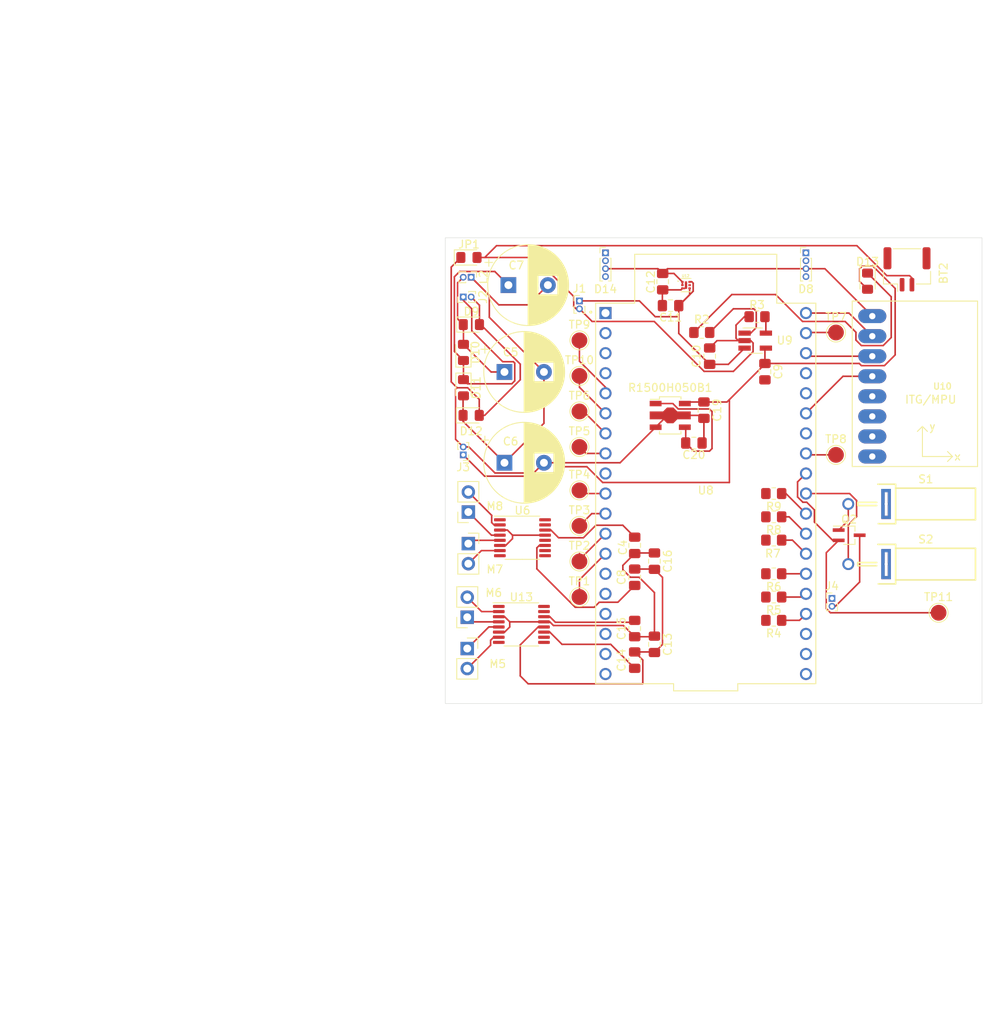
<source format=kicad_pcb>
(kicad_pcb (version 20221018) (generator pcbnew)
  (layers (0 "F.Cu" signal) (31 "B.Cu" signal) (34 "B.Paste" user) (35 "F.Paste" user) (36 "B.SilkS" user "B.Silkscreen") (37 "F.SilkS" user "F.Silkscreen") (38 "B.Mask" user) (39 "F.Mask" user) (44 "Edge.Cuts" user))
  (net 0 "")
  (net 1 "Net-(U6-VINT)")
  (net 2 "Net-(D10-A)")
  (net 3 "Net-(D11-A)")
  (net 4 "Net-(U6-VCP)")
  (net 5 "Net-(BT2--)")
  (net 6 "Net-(U13-VCP)")
  (net 7 "Net-(U13-VINT)")
  (net 8 "Net-(D8-GK)")
  (net 9 "Net-(D8-BK)")
  (net 10 "Net-(D8-RK)")
  (net 11 "Net-(D13-K)")
  (net 12 "Net-(D14-GK)")
  (net 13 "Net-(D14-BK)")
  (net 14 "Net-(D14-RK)")
  (net 15 "Net-(M5-+)")
  (net 16 "Net-(M5--)")
  (net 17 "Net-(M6-+)")
  (net 18 "Net-(M6--)")
  (net 19 "Net-(M7-+)")
  (net 20 "Net-(M7--)")
  (net 21 "Net-(M8-+)")
  (net 22 "Net-(M8--)")
  (net 23 "/Temporary/Controller/MOSTRIG")
  (net 24 "Net-(U9-STAT)")
  (net 25 "Net-(U9-PROG)")
  (net 26 "Net-(U8-IO15)")
  (net 27 "Net-(U8-IO2)")
  (net 28 "Net-(U8-IO0)")
  (net 29 "Net-(U8-IO4)")
  (net 30 "Net-(U8-IO16)")
  (net 31 "Net-(U8-IO17)")
  (net 32 "Net-(U6-nSLEEP)")
  (net 33 "Net-(U6-nFAULT)")
  (net 34 "Net-(U6-BIN1)")
  (net 35 "Net-(U6-BIN2)")
  (net 36 "Net-(U6-AIN2)")
  (net 37 "Net-(U6-AIN1)")
  (net 38 "Net-(U13-nSLEEP)")
  (net 39 "Net-(U13-nFAULT)")
  (net 40 "Net-(U13-BIN1)")
  (net 41 "Net-(U13-BIN2)")
  (net 42 "Net-(U13-AIN2)")
  (net 43 "Net-(U13-AIN1)")
  (net 55 "Net-(U8-IO5)")
  (net 57 "Net-(U8-IO21)")
  (net 60 "Net-(U8-IO22)")
  (net 66 "/Temporary/Controller/VBAT")
  (net 67 "/Temporary/Controller/GND")
  (net 68 "Net-(D12-A)")
  (net 69 "Net-(D10-K)")
  (net 70 "Net-(D13-A)")
  (net 71 "/Temporary/Controller/3V3")
  (footprint "Connector_PinHeader_1.00mm:PinHeader_1x04_P1.00mm_Vertical" (layer "F.Cu") (at 177.8 58.42)
    (fp_text reference "D14")
    (fp_text value "LED_RGBA")
  )
  (footprint "Capacitor_SMD:C_0805_2012Metric_Pad1.18x1.45mm_HandSolder" (layer "F.Cu") (at 190.27 78.34 -90)
    (fp_text reference "C19")
    (fp_text value "10uF")
  )
  (footprint "Resistor_SMD:R_0805_2012Metric_Pad1.20x1.40mm_HandSolder" (layer "F.Cu") (at 199.12 99.06 180)
    (fp_text reference "R6")
    (fp_text value "65")
  )
  (footprint "Diode_SMD:D_0805_2012Metric_Pad1.15x1.40mm_HandSolder" (layer "F.Cu") (at 160.78 79)
    (fp_text reference "D12")
    (fp_text value "D")
  )
  (footprint "Resistor_SMD:R_0805_2012Metric_Pad1.20x1.40mm_HandSolder" (layer "F.Cu") (at 197 66.5 180)
    (fp_text reference "R3")
    (fp_text value "2k")
  )
  (footprint "Connector_PinSocket_2.54mm:PinSocket_1x02_P2.54mm_Vertical" (layer "F.Cu") (at 160.4225 91.245 180)
    (fp_text reference "M8")
    (fp_text value "Motor_DC")
  )
  (footprint "Capacitor_SMD:C_0805_2012Metric_Pad1.18x1.45mm_HandSolder" (layer "F.Cu") (at 191 71.5 90)
    (fp_text reference "C10")
    (fp_text value "4.7uF")
  )
  (footprint "Resistor_SMD:R_0805_2012Metric_Pad1.20x1.40mm_HandSolder" (layer "F.Cu") (at 199.12 104.96 180)
    (fp_text reference "R4")
    (fp_text value "5")
  )
  (footprint "TestPoint:TestPoint_Pad_D2.0mm" (layer "F.Cu") (at 174.5 83)
    (fp_text reference "TP5")
    (fp_text value "TestPoint")
  )
  (footprint "Capacitor_THT:CP_Radial_D10.0mm_P5.00mm" (layer "F.Cu") (at 165 73.5)
    (fp_text reference "C5")
    (fp_text value "C")
  )
  (footprint "LED_SMD:LED_0805_2012Metric_Pad1.15x1.40mm_HandSolder" (layer "F.Cu") (at 211 62 -90)
    (fp_text reference "D13")
    (fp_text value "LED")
  )
  (footprint "TestPoint:TestPoint_Pad_D2.0mm" (layer "F.Cu") (at 174.5 102)
    (fp_text reference "TP1")
    (fp_text value "TestPoint")
  )
  (footprint "TestPoint:TestPoint_Pad_D2.0mm" (layer "F.Cu") (at 174.5 74)
    (fp_text reference "TP10")
    (fp_text value "TestPoint")
  )
  (footprint "Connector_PinHeader_1.00mm:PinHeader_1x02_P1.00mm_Vertical" (layer "F.Cu") (at 160.78 61.5 -90)
    (fp_text reference "L2")
    (fp_text value "L")
  )
  (footprint "Connector_PinSocket_2.54mm:PinSocket_1x02_P2.54mm_Vertical" (layer "F.Cu") (at 160.285 104.57 180)
    (fp_text reference "M6")
    (fp_text value "Motor_DC")
  )
  (footprint "Package_SO:TSSOP-16_4.4x5mm_P0.65mm" (layer "F.Cu") (at 167.1425 105.475)
    (fp_text reference "U13")
    (fp_text value "DRV8833PW")
  )
  (footprint "Package_TO_SOT_SMD:SOT-23-5_HandSoldering" (layer "F.Cu") (at 196.77 69.53)
    (fp_text reference "U9")
    (fp_text value "MCP73831-2-OT")
  )
  (footprint "Connector_PinSocket_2.54mm:PinSocket_1x02_P2.54mm_Vertical" (layer "F.Cu") (at 160.4225 95.245)
    (fp_text reference "M7")
    (fp_text value "Motor_DC")
  )
  (footprint "TestPoint:TestPoint_Pad_D2.0mm" (layer "F.Cu") (at 174.5 93)
    (fp_text reference "TP3")
    (fp_text value "TestPoint")
  )
  (footprint "Connector_PinSocket_2.54mm:PinSocket_1x02_P2.54mm_Vertical" (layer "F.Cu") (at 160.285 108.53)
    (fp_text reference "M5")
    (fp_text value "Motor_DC")
  )
  (footprint "Diode_SMD:D_0805_2012Metric_Pad1.15x1.40mm_HandSolder" (layer "F.Cu") (at 159.805 75.5 -90)
    (fp_text reference "D11")
    (fp_text value "D")
  )
  (footprint "GY-521:GY-521" (layer "F.Cu") (at 220.4925 75.3175)
    (fp_text reference "U10")
    (fp_text value "GY-521")
  )
  (footprint "Connector_PinHeader_1.00mm:PinHeader_1x02_P1.00mm_Vertical" (layer "F.Cu") (at 174.5 64.5)
    (fp_text reference "J1")
    (fp_text value "Adafruit Coil Jumper")
  )
  (footprint "TestPoint:TestPoint_Pad_D2.0mm" (layer "F.Cu") (at 174.5 88.5)
    (fp_text reference "TP4")
    (fp_text value "TestPoint")
  )
  (footprint "RB-231X2:SW_RB-231X2" (layer "F.Cu") (at 213.36 97.84)
    (fp_text reference "S2")
    (fp_text value "RB-231X2")
    (fp_line (start -0.2 -1.5) (end 0.2 -1.5) (stroke (width 0.01)) (layer "Edge.Cuts"))
    (fp_line (start -0.2 1.5) (end -0.2 -1.5) (stroke (width 0.01)) (layer "Edge.Cuts"))
    (fp_line (start 0.2 -1.5) (end 0.2 1.5) (stroke (width 0.01)) (layer "Edge.Cuts"))
    (fp_line (start 0.2 1.5) (end -0.2 1.5) (stroke (width 0.01)) (layer "Edge.Cuts"))
  )
  (footprint "Capacitor_SMD:C_0805_2012Metric_Pad1.18x1.45mm_HandSolder" (layer "F.Cu") (at 184 97.4625 -90)
    (fp_text reference "C16")
    (fp_text value "10uF")
  )
  (footprint "Capacitor_SMD:C_0805_2012Metric_Pad1.18x1.45mm_HandSolder" (layer "F.Cu") (at 181.5 99.5 90)
    (fp_text reference "C8")
    (fp_text value "0.01uF,16V")
  )
  (footprint "Capacitor_SMD:C_0805_2012Metric_Pad1.18x1.45mm_HandSolder" (layer "F.Cu") (at 181.5 106 90)
    (fp_text reference "C15")
    (fp_text value "2.2uF,6.3V")
  )
  (footprint "TestPoint:TestPoint_Pad_D2.0mm" (layer "F.Cu") (at 174.5 78.5)
    (fp_text reference "TP6")
    (fp_text value "TestPoint")
  )
  (footprint "Capacitor_SMD:C_0805_2012Metric_Pad1.18x1.45mm_HandSolder" (layer "F.Cu") (at 184 108 -90)
    (fp_text reference "C13")
    (fp_text value "10uF")
  )
  (footprint "Capacitor_SMD:C_0805_2012Metric_Pad1.18x1.45mm_HandSolder" (layer "F.Cu") (at 181.5 95.4625 90)
    (fp_text reference "C4")
    (fp_text value "2.2uF,6.3V")
  )
  (footprint "Capacitor_SMD:C_0805_2012Metric_Pad1.18x1.45mm_HandSolder" (layer "F.Cu") (at 189 82.5)
    (fp_text reference "C20")
    (fp_text value "0.47uF")
  )
  (footprint "Capacitor_SMD:C_0805_2012Metric_Pad1.18x1.45mm_HandSolder" (layer "F.Cu") (at 198 73.4625 -90)
    (fp_text reference "C9")
    (fp_text value "4.7uF")
  )
  (footprint "Package_TO_SOT_SMD:SOT-323_SC-70_Handsoldering" (layer "F.Cu") (at 208.67 94.18)
    (fp_text reference "Q2")
    (fp_text value "NMOS")
  )
  (footprint "TestPoint:TestPoint_Pad_D2.0mm" (layer "F.Cu") (at 174.5 97.5)
    (fp_text reference "TP2")
    (fp_text value "TestPoint")
  )
  (footprint "Connector_PinHeader_1.00mm:PinHeader_1x02_P1.00mm_Vertical" (layer "F.Cu") (at 159.78 84 180)
    (fp_text reference "J3")
    (fp_text value "Adafruit Coil Jumper")
  )
  (footprint "Package_TO_SOT_SMD:SOT-89-5" (layer "F.Cu") (at 186 79)
    (fp_text reference "R1500H050B1")
    (fp_text value "~")
  )
  (footprint "Capacitor_THT:CP_Radial_D10.0mm_P5.00mm" (layer "F.Cu") (at 165.5 62.5)
    (fp_text reference "C7")
    (fp_text value "1mF")
  )
  (footprint "Resistor_SMD:R_0805_2012Metric_Pad1.20x1.40mm_HandSolder" (layer "F.Cu") (at 190 68.5)
    (fp_text reference "R2")
    (fp_text value "150")
  )
  (footprint "TestPoint:TestPoint_Pad_D2.0mm" (layer "F.Cu") (at 174.5 69.5)
    (fp_text reference "TP9")
    (fp_text value "TestPoint")
  )
  (footprint "Diode_SMD:D_0805_2012Metric_Pad1.15x1.40mm_HandSolder" (layer "F.Cu") (at 160.805 67.5)
    (fp_text reference "D9")
    (fp_text value "D")
  )
  (footprint "RB-231X2:SW_RB-231X2" (layer "F.Cu") (at 213.36 90.22)
    (fp_text reference "S1")
    (fp_text value "RB-231X2")
    (fp_line (start -0.2 -1.5) (end 0.2 -1.5) (stroke (width 0.01)) (layer "Edge.Cuts"))
    (fp_line (start -0.2 1.5) (end -0.2 -1.5) (stroke (width 0.01)) (layer "Edge.Cuts"))
    (fp_line (start 0.2 -1.5) (end 0.2 1.5) (stroke (width 0.01)) (layer "Edge.Cuts"))
    (fp_line (start 0.2 1.5) (end -0.2 1.5) (stroke (width 0.01)) (layer "Edge.Cuts"))
  )
  (footprint "Package_SO:TSSOP-16_4.4x5mm_P0.65mm" (layer "F.Cu") (at 167.28 94.5)
    (fp_text reference "U6")
    (fp_text value "DRV8833PW")
  )
  (footprint "Capacitor_THT:CP_Radial_D10.0mm_P5.00mm" (layer "F.Cu") (at 165 85)
    (fp_text reference "C6")
    (fp_text value "1mF")
  )
  (footprint "TestPoint:TestPoint_Pad_D2.0mm" (layer "F.Cu") (at 207 68.5)
    (fp_text reference "TP7")
    (fp_text value "TestPoint")
  )
  (footprint "TestPoint:TestPoint_Pad_D2.0mm" (layer "F.Cu") (at 220 104)
    (fp_text reference "TP11")
    (fp_text value "TestPoint")
  )
  (footprint "Resistor_SMD:R_0805_2012Metric_Pad1.20x1.40mm_HandSolder" (layer "F.Cu") (at 199.12 88.9 180)
    (fp_text reference "R9")
    (fp_text value "65")
  )
  (footprint "Diode_SMD:D_0805_2012Metric_Pad1.15x1.40mm_HandSolder" (layer "F.Cu") (at 160.5 59)
    (fp_text reference "JP1")
    (fp_text value "SolderJumper_2_Open")
  )
  (footprint "Connector_PinHeader_1.00mm:PinHeader_1x02_P1.00mm_Vertical" (layer "F.Cu") (at 159.78 64 90)
    (fp_text reference "J2")
    (fp_text value "Adafruit Coil Jumper")
  )
  (footprint "Connector_JST:JST_GH_BM02B-GHS-TBT_1x02-1MP_P1.25mm_Vertical" (layer "F.Cu") (at 216 60.5)
    (fp_text reference "BT2")
    (fp_text value "1S 3000mAh")
  )
  (footprint "Capacitor_SMD:C_0805_2012Metric_Pad1.18x1.45mm_HandSolder" (layer "F.Cu") (at 185.045 62.0625 -90)
    (fp_text reference "C12")
    (fp_text value "1uF")
  )
  (footprint "Resistor_SMD:R_0805_2012Metric_Pad1.20x1.40mm_HandSolder" (layer "F.Cu") (at 199.12 102.01 180)
    (fp_text reference "R5")
    (fp_text value "5")
  )
  (footprint "NCP176AMX330TCG:PSON40P120X120X45-7N_NCP176AMX330TCG" (layer "F.Cu") (at 188 62.5)
    (fp_text reference "U12")
    (fp_text value "NCP176AMX330TCG")
  )
  (footprint "Capacitor_SMD:C_0805_2012Metric_Pad1.18x1.45mm_HandSolder" (layer "F.Cu") (at 181.5 110 90)
    (fp_text reference "C14")
    (fp_text value "0.01uF,16V")
  )
  (footprint "Resistor_SMD:R_0805_2012Metric_Pad1.20x1.40mm_HandSolder" (layer "F.Cu") (at 199.12 94.8 180)
    (fp_text reference "R7")
    (fp_text value "5")
  )
  (footprint "Diode_SMD:D_0805_2012Metric_Pad1.15x1.40mm_HandSolder" (layer "F.Cu") (at 159.805 71.025 90)
    (fp_text reference "D10")
    (fp_text value "D")
  )
  (footprint "Connector_PinHeader_1.00mm:PinHeader_1x04_P1.00mm_Vertical" (layer "F.Cu") (at 203.2 58.42)
    (fp_text reference "D8")
    (fp_text value "LED_RGBA")
  )
  (footprint "ESP32-DEVKIT:MODULE_ESP32-DEVKITC" (layer "F.Cu") (at 190.5 88.89)
    (fp_text reference "U8")
    (fp_text value "ESP32-DEVKITC")
  )
  (footprint "Resistor_SMD:R_0805_2012Metric_Pad1.20x1.40mm_HandSolder" (layer "F.Cu") (at 199.12 91.85 180)
    (fp_text reference "R8")
    (fp_text value "5")
  )
  (footprint "Capacitor_SMD:C_0805_2012Metric_Pad1.18x1.45mm_HandSolder" (layer "F.Cu") (at 186.045 65.1)
    (fp_text reference "C11")
    (fp_text value "1uF")
  )
  (footprint "TestPoint:TestPoint_Pad_D2.0mm" (layer "F.Cu") (at 207 84)
    (fp_text reference "TP8")
    (fp_text value "TestPoint")
  )
  (footprint "Connector_PinHeader_1.00mm:PinHeader_1x02_P1.00mm_Vertical" (layer "F.Cu") (at 206.5 102.18)
    (fp_text reference "J4")
    (fp_text value "Adafruit Coil Jumper")
  )
  (gr_rect locked (start 157.5 56.5) (end 225.5 115.5) (stroke (width 0.05)) (fill none) (layer "Edge.Cuts"))
  (segment (start 170.88 93.525) (end 170.1425 93.525) (width 0.2) (layer "F.Cu") (net 1))
  (segment (start 176.585 92.915) (end 175 94.5) (width 0.2) (layer "F.Cu") (net 1))
  (segment (start 171.855 94.5) (end 170.88 93.525) (width 0.2) (layer "F.Cu") (net 1))
  (segment (start 179.99 92.915) (end 176.585 92.915) (width 0.2) (layer "F.Cu") (net 1))
  (segment (start 175 94.5) (end 171.855 94.5) (width 0.2) (layer "F.Cu") (net 1))
  (segment (start 181.5 94.425) (end 179.99 92.915) (width 0.2) (layer "F.Cu") (net 1))
  (segment (start 159.78 67.5) (end 159.055 66.775) (width 0.2) (layer "F.Cu") (net 2))
  (segment (start 159.055 66.775) (end 159.055 62.225) (width 0.2) (layer "F.Cu") (net 2))
  (segment (start 163.305 73.5) (end 159.805 70) (width 0.2) (layer "F.Cu") (net 2))
  (segment (start 165 73.5) (end 163.305 73.5) (width 0.2) (layer "F.Cu") (net 2))
  (segment (start 159.805 70) (end 159.805 67.525) (width 0.2) (layer "F.Cu") (net 2))
  (segment (start 159.055 62.225) (end 159.78 61.5) (width 0.2) (layer "F.Cu") (net 2))
  (segment (start 159.805 67.525) (end 159.78 67.5) (width 0.2) (layer "F.Cu") (net 2))
  (segment (start 163.08 66.58) (end 170 73.5) (width 0.2) (layer "F.Cu") (net 3))
  (segment (start 170 80) (end 165 85) (width 0.2) (layer "F.Cu") (net 3))
  (segment (start 165 85) (end 159.755 79.755) (width 0.2) (layer "F.Cu") (net 3))
  (segment (start 170 73.5) (end 170 80) (width 0.2) (layer "F.Cu") (net 3))
  (segment (start 160.78 61.5) (end 163.08 63.8) (width 0.2) (layer "F.Cu") (net 3))
  (segment (start 168 65) (end 170.5 62.5) (width 0.2) (layer "F.Cu") (net 3))
  (segment (start 164.28 65) (end 168 65) (width 0.2) (layer "F.Cu") (net 3))
  (segment (start 159.755 79) (end 159.755 76.575) (width 0.2) (layer "F.Cu") (net 3))
  (segment (start 159.755 76.575) (end 159.805 76.525) (width 0.2) (layer "F.Cu") (net 3))
  (segment (start 159.755 79.755) (end 159.755 79) (width 0.2) (layer "F.Cu") (net 3))
  (segment (start 160.78 61.5) (end 164.28 65) (width 0.2) (layer "F.Cu") (net 3))
  (segment (start 163.08 63.8) (end 163.08 66.58) (width 0.2) (layer "F.Cu") (net 3))
  (segment (start 181.5 100.5375) (end 181.4975 100.535) (width 0.2) (layer "F.Cu") (net 4))
  (segment (start 179.368261 102.669239) (end 177.007717 102.669239) (width 0.2) (layer "F.Cu") (net 4))
  (segment (start 169.405 95.475) (end 170.1425 95.475) (width 0.2) (layer "F.Cu") (net 4))
  (segment (start 176.376956 103.3) (end 173.961522 103.3) (width 0.2) (layer "F.Cu") (net 4))
  (segment (start 177.007717 102.669239) (end 176.376956 103.3) (width 0.2) (layer "F.Cu") (net 4))
  (segment (start 181.5 100.5375) (end 179.368261 102.669239) (width 0.2) (layer "F.Cu") (net 4))
  (segment (start 173.961522 103.3) (end 169.105 98.443478) (width 0.2) (layer "F.Cu") (net 4))
  (segment (start 169.105 98.443478) (end 169.105 95.775) (width 0.2) (layer "F.Cu") (net 4))
  (segment (start 169.105 95.775) (end 169.405 95.475) (width 0.2) (layer "F.Cu") (net 4))
  (segment (start 216.625 61.6) (end 216.325 61.3) (width 0.2) (layer "F.Cu") (net 5))
  (segment (start 168.838478 59) (end 173.775 63.936522) (width 0.2) (layer "F.Cu") (net 5))
  (segment (start 196.2 69.53) (end 195.42 69.53) (width 0.2) (layer "F.Cu") (net 5))
  (segment (start 194.34 69.23) (end 194.34 67.56) (width 0.2) (layer "F.Cu") (net 5))
  (segment (start 194.004264 73.425) (end 196.5 70.929264) (width 0.2) (layer "F.Cu") (net 5))
  (segment (start 190.297182 73.425) (end 194.004264 73.425) (width 0.2) (layer "F.Cu") (net 5))
  (segment (start 191 70.4625) (end 191.9325 69.53) (width 0.2) (layer "F.Cu") (net 5))
  (segment (start 195.4 66.5) (end 196 66.5) (width 0.2) (layer "F.Cu") (net 5))
  (segment (start 162.5 59) (end 168.838478 59) (width 0.2) (layer "F.Cu") (net 5))
  (segment (start 209.643504 57.5) (end 164 57.5) (width 0.2) (layer "F.Cu") (net 5))
  (segment (start 208.56 92.31) (end 207.34 93.53) (width 0.2) (layer "F.Cu") (net 5))
  (segment (start 195.42 69.53) (end 194.64 69.53) (width 0.2) (layer "F.Cu") (net 5))
  (segment (start 174.075 65.5) (end 174.5 65.5) (width 0.2) (layer "F.Cu") (net 5))
  (segment (start 213.443504 61.3) (end 209.643504 57.5) (width 0.2) (layer "F.Cu") (net 5))
  (segment (start 176.105 67.105) (end 183.977182 67.105) (width 0.2) (layer "F.Cu") (net 5))
  (segment (start 196.5 70.929264) (end 196.5 69.83) (width 0.2) (layer "F.Cu") (net 5))
  (segment (start 196.5 69.83) (end 196.2 69.53) (width 0.2) (layer "F.Cu") (net 5))
  (segment (start 208.56 90.22) (end 208.56 92.31) (width 0.2) (layer "F.Cu") (net 5))
  (segment (start 174.5 65.5) (end 176.105 67.105) (width 0.2) (layer "F.Cu") (net 5))
  (segment (start 191.9325 69.53) (end 195.42 69.53) (width 0.2) (layer "F.Cu") (net 5))
  (segment (start 173.775 63.936522) (end 173.775 65.2) (width 0.2) (layer "F.Cu") (net 5))
  (segment (start 216.325 61.3) (end 213.443504 61.3) (width 0.2) (layer "F.Cu") (net 5))
  (segment (start 161.525 59) (end 162.5 59) (width 0.2) (layer "F.Cu") (net 5))
  (segment (start 183.977182 67.105) (end 190.297182 73.425) (width 0.2) (layer "F.Cu") (net 5))
  (segment (start 194.34 67.56) (end 195.4 66.5) (width 0.2) (layer "F.Cu") (net 5))
  (segment (start 216.625 62.45) (end 216.625 61.6) (width 0.2) (layer "F.Cu") (net 5))
  (segment (start 173.775 65.2) (end 174.075 65.5) (width 0.2) (layer "F.Cu") (net 5))
  (segment (start 164 57.5) (end 162.5 59) (width 0.2) (layer "F.Cu") (net 5))
  (segment (start 194.64 69.53) (end 194.34 69.23) (width 0.2) (layer "F.Cu") (net 5))
  (segment (start 178.4625 108) (end 172.2925 108) (width 0.2) (layer "F.Cu") (net 6))
  (segment (start 172.2925 108) (end 170.7425 106.45) (width 0.2) (layer "F.Cu") (net 6))
  (segment (start 181.5 111.0375) (end 178.4625 108) (width 0.2) (layer "F.Cu") (net 6))
  (segment (start 170.7425 106.45) (end 170.005 106.45) (width 0.2) (layer "F.Cu") (net 6))
  (segment (start 170.7425 104.5) (end 170.005 104.5) (width 0.2) (layer "F.Cu") (net 7))
  (segment (start 171.4475 105.205) (end 170.7425 104.5) (width 0.2) (layer "F.Cu") (net 7))
  (segment (start 181.5 104.9625) (end 181.2575 105.205) (width 0.2) (layer "F.Cu") (net 7))
  (segment (start 181.2575 105.205) (end 171.4475 105.205) (width 0.2) (layer "F.Cu") (net 7))
  (segment (start 193.804657 63.695343) (end 199.356007 63.695343) (width 0.2) (layer "F.Cu") (net 11))
  (segment (start 209.52937 68.471852) (end 209.52937 69.463148) (width 0.2) (layer "F.Cu") (net 11))
  (segment (start 199.356007 63.695343) (end 202.765664 67.105) (width 0.2) (layer "F.Cu") (net 11))
  (segment (start 189 68.5) (end 193.804657 63.695343) (width 0.2) (layer "F.Cu") (net 11))
  (segment (start 202.765664 67.105) (end 208.162518 67.105) (width 0.2) (layer "F.Cu") (net 11))
  (segment (start 209.52937 69.463148) (end 210.222722 70.1565) (width 0.2) (layer "F.Cu") (net 11))
  (segment (start 214 69.138778) (end 214 63.975) (width 0.2) (layer "F.Cu") (net 11))
  (segment (start 210.222722 70.1565) (end 212.982278 70.1565) (width 0.2) (layer "F.Cu") (net 11))
  (segment (start 208.162518 67.105) (end 209.52937 68.471852) (width 0.2) (layer "F.Cu") (net 11))
  (segment (start 214 63.975) (end 211 60.975) (width 0.2) (layer "F.Cu") (net 11))
  (segment (start 212.982278 70.1565) (end 214 69.138778) (width 0.2) (layer "F.Cu") (net 11))
  (segment (start 160.285 108.53) (end 163.015 105.8) (width 0.2) (layer "F.Cu") (net 15))
  (segment (start 163.015 105.8) (end 164.28 105.8) (width 0.2) (layer "F.Cu") (net 15))
  (segment (start 163.2425 107.484312) (end 163.626812 107.1) (width 0.2) (layer "F.Cu") (net 16))
  (segment (start 163.2425 108.1125) (end 163.2425 107.484312) (width 0.2) (layer "F.Cu") (net 16))
  (segment (start 160.285 111.07) (end 163.2425 108.1125) (width 0.2) (layer "F.Cu") (net 16))
  (segment (start 163.626812 107.1) (end 164.28 107.1) (width 0.2) (layer "F.Cu") (net 16))
  (segment (start 160.865 105.15) (end 164.28 105.15) (width 0.2) (layer "F.Cu") (net 17))
  (segment (start 160.285 104.57) (end 160.865 105.15) (width 0.2) (layer "F.Cu") (net 17))
  (segment (start 160.285 102.03) (end 162.105 103.85) (width 0.2) (layer "F.Cu") (net 18))
  (segment (start 162.105 103.85) (end 164.28 103.85) (width 0.2) (layer "F.Cu") (net 18))
  (segment (start 160.8425 94.825) (end 164.4175 94.825) (width 0.2) (layer "F.Cu") (net 19))
  (segment (start 160.4225 95.245) (end 160.8425 94.825) (width 0.2) (layer "F.Cu") (net 19))
  (segment (start 162.0825 96.125) (end 164.4175 96.125) (width 0.2) (layer "F.Cu") (net 20))
  (segment (start 160.4225 97.785) (end 162.0825 96.125) (width 0.2) (layer "F.Cu") (net 20))
  (segment (start 160.4225 91.245) (end 163.3525 94.175) (width 0.2) (layer "F.Cu") (net 21))
  (segment (start 163.3525 94.175) (end 164.4175 94.175) (width 0.2) (layer "F.Cu") (net 21))
  (segment (start 160.4225 88.705) (end 163.38 91.6625) (width 0.2) (layer "F.Cu") (net 22))
  (segment (start 163.38 91.6625) (end 163.38 92.575) (width 0.2) (layer "F.Cu") (net 22))
  (segment (start 163.38 92.575) (end 163.68 92.875) (width 0.2) (layer "F.Cu") (net 22))
  (segment (start 163.68 92.875) (end 164.4175 92.875) (width 0.2) (layer "F.Cu") (net 22))
  (segment (start 202.135 87.425) (end 203.2 86.36) (width 0.2) (layer "F.Cu") (net 23))
  (segment (start 205.775 96.395) (end 207.34 94.83) (width 0.2) (layer "F.Cu") (net 23))
  (segment (start 204.265 90.970664) (end 203.294336 90) (width 0.2) (layer "F.Cu") (net 23))
  (segment (start 206.302094 104) (end 205.775 103.472906) (width 0.2) (layer "F.Cu") (net 23))
  (segment (start 202.800664 90) (end 202.135 89.334336) (width 0.2) (layer "F.Cu") (net 23))
  (segment (start 202.135 89.334336) (end 202.135 87.425) (width 0.2) (layer "F.Cu") (net 23))
  (segment (start 207.34 94.83) (end 206.59 94.83) (width 0.2) (layer "F.Cu") (net 23))
  (segment (start 220 104) (end 206.302094 104) (width 0.2) (layer "F.Cu") (net 23))
  (segment (start 206.59 94.83) (end 204.265 92.505) (width 0.2) (layer "F.Cu") (net 23))
  (segment (start 205.775 103.472906) (end 205.775 96.395) (width 0.2) (layer "F.Cu") (net 23))
  (segment (start 203.294336 90) (end 202.800664 90) (width 0.2) (layer "F.Cu") (net 23))
  (segment (start 204.265 92.505) (end 204.265 90.970664) (width 0.2) (layer "F.Cu") (net 23))
  (segment (start 194 65.5) (end 191 68.5) (width 0.2) (layer "F.Cu") (net 24))
  (segment (start 196.2 68.58) (end 196.9 67.88) (width 0.2) (layer "F.Cu") (net 24))
  (segment (start 196.577818 65.5) (end 194 65.5) (width 0.2) (layer "F.Cu") (net 24))
  (segment (start 196.9 65.822182) (end 196.577818 65.5) (width 0.2) (layer "F.Cu") (net 24))
  (segment (start 196.9 67.88) (end 196.9 65.822182) (width 0.2) (layer "F.Cu") (net 24))
  (segment (start 195.42 68.58) (end 196.2 68.58) (width 0.2) (layer "F.Cu") (net 24))
  (segment (start 198.12 68.58) (end 198.12 66.62) (width 0.2) (layer "F.Cu") (net 25))
  (segment (start 198.12 66.62) (end 198 66.5) (width 0.2) (layer "F.Cu") (net 25))
  (segment (start 200.12 104.96) (end 202.38 104.96) (width 0.2) (layer "F.Cu") (net 26))
  (segment (start 202.38 104.96) (end 203.2 104.14) (width 0.2) (layer "F.Cu") (net 26))
  (segment (start 202.79 102.01) (end 203.2 101.6) (width 0.2) (layer "F.Cu") (net 27))
  (segment (start 200.12 102.01) (end 202.79 102.01) (width 0.2) (layer "F.Cu") (net 27))
  (segment (start 200.12 99.06) (end 203.2 99.06) (width 0.2) (layer "F.Cu") (net 28))
  (segment (start 200.12 94.8) (end 201.48 94.8) (width 0.2) (layer "F.Cu") (net 29))
  (segment (start 201.48 94.8) (end 203.2 96.52) (width 0.2) (layer "F.Cu") (net 29))
  (segment (start 201.07 91.85) (end 203.2 93.98) (width 0.2) (layer "F.Cu") (net 30))
  (segment (start 200.12 91.85) (end 201.07 91.85) (width 0.2) (layer "F.Cu") (net 30))
  (segment (start 200.12 88.9) (end 200.66 88.9) (width 0.2) (layer "F.Cu") (net 31))
  (segment (start 200.66 88.9) (end 203.2 91.44) (width 0.2) (layer "F.Cu") (net 31))
  (segment (start 177.8 75.435) (end 174.5 72.135) (width 0.2) (layer "F.Cu") (net 33))
  (segment (start 177.8 76.2) (end 177.8 75.435) (width 0.2) (layer "F.Cu") (net 33))
  (segment (start 174.5 72.135) (end 174.5 69.5) (width 0.2) (layer "F.Cu") (net 33))
  (segment (start 176.06 91.44) (end 174.5 93) (width 0.2) (layer "F.Cu") (net 34))
  (segment (start 177.8 91.44) (end 176.06 91.44) (width 0.2) (layer "F.Cu") (net 34))
  (segment (start 174.9 88.9) (end 174.5 88.5) (width 0.2) (layer "F.Cu") (net 35))
  (segment (start 177.8 88.9) (end 174.9 88.9) (width 0.2) (layer "F.Cu") (net 35))
  (segment (start 174.5 97.28) (end 174.5 97.5) (width 0.2) (layer "F.Cu") (net 36))
  (segment (start 177.8 93.98) (end 174.5 97.28) (width 0.2) (layer "F.Cu") (net 36))
  (segment (start 174.52 96.52) (end 174.5 96.5) (width 0.2) (layer "F.Cu") (net 36))
  (segment (start 174.5 99.82) (end 174.5 102) (width 0.2) (layer "F.Cu") (net 37))
  (segment (start 177.8 96.52) (end 174.5 99.82) (width 0.2) (layer "F.Cu") (net 37))
  (segment (start 177.8 78.74) (end 174.5 75.44) (width 0.2) (layer "F.Cu") (net 39))
  (segment (start 174.5 75.44) (end 174.5 74) (width 0.2) (layer "F.Cu") (net 39))
  (segment (start 207 68.5) (end 203.28 68.5) (width 0.2) (layer "F.Cu") (net 40))
  (segment (start 203.28 68.5) (end 203.2 68.58) (width 0.2) (layer "F.Cu") (net 40))
  (segment (start 207 84) (end 203.38 84) (width 0.2) (layer "F.Cu") (net 41))
  (segment (start 203.38 84) (end 203.2 83.82) (width 0.2) (layer "F.Cu") (net 41))
  (segment (start 175.02 78.5) (end 174.5 78.5) (width 0.2) (layer "F.Cu") (net 42))
  (segment (start 177.8 81.28) (end 175.02 78.5) (width 0.2) (layer "F.Cu") (net 42))
  (segment (start 175.32 83.82) (end 174.5 83) (width 0.2) (layer "F.Cu") (net 43))
  (segment (start 177.8 83.82) (end 175.32 83.82) (width 0.2) (layer "F.Cu") (net 43))
  (segment (start 208.56 97.84) (end 208.56 92.875686) (width 0.2) (layer "F.Cu") (net 55))
  (segment (start 208.723876 88.9) (end 203.2 88.9) (width 0.2) (layer "F.Cu") (net 55))
  (segment (start 208.56 92.875686) (end 209.614 91.821686) (width 0.2) (layer "F.Cu") (net 55))
  (segment (start 209.614 91.821686) (end 209.614 89.790124) (width 0.2) (layer "F.Cu") (net 55))
  (segment (start 209.614 89.790124) (end 208.723876 88.9) (width 0.2) (layer "F.Cu") (net 55))
  (segment (start 211.6025 74.0475) (end 207.8925 74.0475) (width 0.2) (layer "F.Cu") (net 57))
  (segment (start 207.8925 74.0475) (end 203.2 78.74) (width 0.2) (layer "F.Cu") (net 57))
  (segment (start 211.6025 71.5075) (end 203.5875 71.5075) (width 0.2) (layer "F.Cu") (net 60))
  (segment (start 203.5875 71.5075) (end 203.2 71.12) (width 0.2) (layer "F.Cu") (net 60))
  (segment (start 168 113) (end 167 112) (width 0.2) (layer "F.Cu") (net 66))
  (segment (start 182.5 113) (end 168 113) (width 0.2) (layer "F.Cu") (net 66))
  (segment (start 169.2675 105.8) (end 170.005 105.8) (width 0.2) (layer "F.Cu") (net 66))
  (segment (start 191 72.5375) (end 187.0825 68.62) (width 0.2) (layer "F.Cu") (net 66))
  (segment (start 191 72.5375) (end 193.3625 72.5375) (width 0.2) (layer "F.Cu") (net 66))
  (segment (start 182.097906 64.5) (end 184.097906 66.5) (width 0.2) (layer "F.Cu") (net 66))
  (segment (start 187.0825 65.1) (end 188.91 63.2725) (width 0.2) (layer "F.Cu") (net 66))
  (segment (start 185.025 99.525) (end 184 98.5) (width 0.2) (layer "F.Cu") (net 66))
  (segment (start 183.9625 98.4625) (end 184 98.5) (width 0.2) (layer "F.Cu") (net 66))
  (segment (start 183.925 108.9625) (end 184 109.0375) (width 0.2) (layer "F.Cu") (net 66))
  (segment (start 181.5 98.4625) (end 183.9625 98.4625) (width 0.2) (layer "F.Cu") (net 66))
  (segment (start 188.72987 62.075) (end 188.455 62.075) (width 0.2) (layer "F.Cu") (net 66))
  (segment (start 187.0825 68.62) (end 187.0825 66.5) (width 0.2) (layer "F.Cu") (net 66))
  (segment (start 182.525 109.9875) (end 182.525 112.975) (width 0.2) (layer "F.Cu") (net 66))
  (segment (start 185.025 108.0125) (end 185.025 99.525) (width 0.2) (layer "F.Cu") (net 66))
  (segment (start 167 112) (end 167 108.0675) (width 0.2) (layer "F.Cu") (net 66))
  (segment (start 181.5 108.9625) (end 182.525 109.9875) (width 0.2) (layer "F.Cu") (net 66))
  (segment (start 187.0825 66.5) (end 187.0825 65.1) (width 0.2) (layer "F.Cu") (net 66))
  (segment (start 188.91 63.2725) (end 188.91 62.25513) (width 0.2) (layer "F.Cu") (net 66))
  (segment (start 188.91 62.25513) (end 188.72987 62.075) (width 0.2) (layer "F.Cu") (net 66))
  (segment (start 188.455 63.7275) (end 188.455 62.925) (width 0.2) (layer "F.Cu") (net 66))
  (segment (start 184 109.0375) (end 185.025 108.0125) (width 0.2) (layer "F.Cu") (net 66))
  (segment (start 187.0825 65.1) (end 188.455 63.7275) (width 0.2) (layer "F.Cu") (net 66))
  (segment (start 182.525 112.975) (end 182.5 113) (width 0.2) (layer "F.Cu") (net 66))
  (segment (start 167 108.0675) (end 169.2675 105.8) (width 0.2) (layer "F.Cu") (net 66))
  (segment (start 184.097906 66.5) (end 187.0825 66.5) (width 0.2) (layer "F.Cu") (net 66))
  (segment (start 174.5 64.5) (end 182.097906 64.5) (width 0.2) (layer "F.Cu") (net 66))
  (segment (start 193.3625 72.5375) (end 195.42 70.48) (width 0.2) (layer "F.Cu") (net 66))
  (segment (start 181.5 108.9625) (end 183.925 108.9625) (width 0.2) (layer "F.Cu") (net 66))
  (segment (start 187.37 63.1) (end 187.545 62.925) (width 0.2) (layer "F.Cu") (net 67))
  (segment (start 180 98) (end 181.5 96.5) (width 0.2) (layer "F.Cu") (net 67))
  (segment (start 164.28 106.45) (end 165.0175 106.45) (width 0.2) (layer "F.Cu") (net 67))
  (segment (start 184 96.425) (end 181.575 96.425) (width 0.2) (layer "F.Cu") (net 67))
  (segment (start 181.5 107.0375) (end 180.0775 105.615) (width 0.2) (layer "F.Cu") (net 67))
  (segment (start 171.2075 105.615) (end 170.7425 105.15) (width 0.2) (layer "F.Cu") (net 67))
  (segment (start 185.0075 65.1) (end 185.0075 63.1375) (width 0.2) (layer "F.Cu") (net 67))
  (segment (start 184 106.9625) (end 184 101.447182) (width 0.2) (layer "F.Cu") (net 67))
  (segment (start 183.925 107.0375) (end 184 106.9625) (width 0.2) (layer "F.Cu") (net 67))
  (segment (start 181.575 96.425) (end 181.5 96.5) (width 0.2) (layer "F.Cu") (net 67))
  (segment (start 188 62.74487) (end 187.81987 62.925) (width 0.2) (layer "F.Cu") (net 67))
  (segment (start 165.370688 93.525) (end 164.4175 93.525) (width 0.2) (layer "F.Cu") (net 67))
  (segment (start 170.7425 105.15) (end 170.005 105.15) (width 0.2) (layer "F.Cu") (net 67))
  (segment (start 184 101.447182) (end 182.052818 99.5) (width 0.2) (layer "F.Cu") (net 67))
  (segment (start 166.020688 94.609312) (end 166.020688 94.175) (width 0.2) (layer "F.Cu") (net 67))
  (segment (start 165.3175 104.8) (end 165.0175 104.5) (width 0.2) (layer "F.Cu") (net 67))
  (segment (start 211.6025 68.9675) (end 211.573722 68.9675) (width 0.2) (layer "F.Cu") (net 67))
  (segment (start 211.573722 68.9675) (end 208.646222 66.04) (width 0.2) (layer "F.Cu") (net 67))
  (segment (start 185.045 63.1) (end 187.37 63.1) (width 0.2) (layer "F.Cu") (net 67))
  (segment (start 170.1425 94.175) (end 166.020688 94.175) (width 0.2) (layer "F.Cu") (net 67))
  (segment (start 165.155 95.475) (end 166.020688 94.609312) (width 0.2) (layer "F.Cu") (net 67))
  (segment (start 210 100.105) (end 206.925 103.18) (width 0.2) (layer "F.Cu") (net 67))
  (segment (start 182.052818 99.5) (end 180.947182 99.5) (width 0.2) (layer "F.Cu") (net 67))
  (segment (start 170.005 105.15) (end 165.6675 105.15) (width 0.2) (layer "F.Cu") (net 67))
  (segment (start 185.0075 63.1375) (end 185.045 63.1) (width 0.2) (layer "F.Cu") (net 67))
  (segment (start 208.646222 66.04) (end 203.2 66.04) (width 0.2) (layer "F.Cu") (net 67))
  (segment (start 165.6675 105.8) (end 165.6675 105.15) (width 0.2) (layer "F.Cu") (net 67))
  (segment (start 166.020688 94.175) (end 165.370688 93.525) (width 0.2) (layer "F.Cu") (net 67))
  (segment (start 180 98.552818) (end 180 98) (width 0.2) (layer "F.Cu") (net 67))
  (segment (start 206.925 103.18) (end 206.5 103.18) (width 0.2) (layer "F.Cu") (net 67))
  (segment (start 164.4175 95.475) (end 165.155 95.475) (width 0.2) (layer "F.Cu") (net 67))
  (segment (start 180.947182 99.5) (end 180 98.552818) (width 0.2) (layer "F.Cu") (net 67))
  (segment (start 210 94.18) (end 210 100.105) (width 0.2) (layer "F.Cu") (net 67))
  (segment (start 165.0175 106.45) (end 165.6675 105.8) (width 0.2) (layer "F.Cu") (net 67))
  (segment (start 188 62.5) (end 188 62.74487) (width 0.2) (layer "F.Cu") (net 67))
  (segment (start 180.0775 105.615) (end 171.2075 105.615) (width 0.2) (layer "F.Cu") (net 67))
  (segment (start 165.0175 104.5) (end 164.28 104.5) (width 0.2) (layer "F.Cu") (net 67))
  (segment (start 181.5 107.0375) (end 183.925 107.0375) (width 0.2) (layer "F.Cu") (net 67))
  (segment (start 187.81987 62.925) (end 187.545 62.925) (width 0.2) (layer "F.Cu") (net 67))
  (segment (start 165.6675 105.15) (end 165.3175 104.8) (width 0.2) (layer "F.Cu") (net 67))
  (segment (start 161.83 67.5) (end 161.83 65.05) (width 0.2) (layer "F.Cu") (net 68))
  (segment (start 158.805 82.025) (end 158.805 75.695) (width 0.2) (layer "F.Cu") (net 68))
  (segment (start 185.65 79) (end 186 79) (width 0.2) (layer "F.Cu") (net 68))
  (segment (start 190.27 79.3775) (end 190.27 82.2675) (width 0.2) (layer "F.Cu") (net 68))
  (segment (start 162.489949 79) (end 161.805 79) (width 0.2) (layer "F.Cu") (net 68))
  (segment (start 170 85) (end 179.65 85) (width 0.2) (layer "F.Cu") (net 68))
  (segment (start 189.8925 79) (end 190.27 79.3775) (width 0.2) (layer "F.Cu") (net 68))
  (segment (start 159.78 83) (end 158.805 82.025) (width 0.2) (layer "F.Cu") (net 68))
  (segment (start 164.73 70.240051) (end 164.994974 70.505026) (width 0.2) (layer "F.Cu") (net 68))
  (segment (start 158.255 74.755) (end 159 75.5) (width 0.2) (layer "F.Cu") (net 68))
  (segment (start 161.83 67.5) (end 161.989948 67.5) (width 0.2) (layer "F.Cu") (net 68))
  (segment (start 190.27 82.2675) (end 190.0375 82.5) (width 0.2) (layer "F.Cu") (net 68))
  (segment (start 158.255 60.22) (end 158.255 74.755) (width 0.2) (layer "F.Cu") (net 68))
  (segment (start 184.15 80.5) (end 185.65 79) (width 0.2) (layer "F.Cu") (net 68))
  (segment (start 167 72.510051) (end 167 74.489949) (width 0.2) (layer "F.Cu") (net 68))
  (segment (start 158.805 75.695) (end 159 75.5) (width 0.2) (layer "F.Cu") (net 68))
  (segment (start 168.7 86.3) (end 163.8 86.3) (width 0.2) (layer "F.Cu") (net 68))
  (segment (start 161.83 65.05) (end 160.78 64) (width 0.2) (layer "F.Cu") (net 68))
  (segment (start 161.989948 67.5) (end 164.994974 70.505026) (width 0.2) (layer "F.Cu") (net 68))
  (segment (start 164.994974 70.505026) (end 167 72.510051) (width 0.2) (layer "F.Cu") (net 68))
  (segment (start 161.805 76.972182) (end 161.805 79) (width 0.2) (layer "F.Cu") (net 68))
  (segment (start 167 74.489949) (end 162.489949 79) (width 0.2) (layer "F.Cu") (net 68))
  (segment (start 179.65 85) (end 184.15 80.5) (width 0.2) (layer "F.Cu") (net 68))
  (segment (start 186 79) (end 189.8925 79) (width 0.2) (layer "F.Cu") (net 68))
  (segment (start 170 85) (end 168.7 86.3) (width 0.2) (layer "F.Cu") (net 68))
  (segment (start 159.475 59) (end 158.255 60.22) (width 0.2) (layer "F.Cu") (net 68))
  (segment (start 159 75.5) (end 160.332818 75.5) (width 0.2) (layer "F.Cu") (net 68))
  (segment (start 160.332818 75.5) (end 161.805 76.972182) (width 0.2) (layer "F.Cu") (net 68))
  (segment (start 160.5 83) (end 159.78 83) (width 0.2) (layer "F.Cu") (net 68))
  (segment (start 163.8 86.3) (end 160.5 83) (width 0.2) (layer "F.Cu") (net 68))
  (segment (start 159.78 64) (end 159.78 64.425) (width 0.2) (layer "F.Cu") (net 69))
  (segment (start 160.33 75) (end 159.805 74.475) (width 0.2) (layer "F.Cu") (net 69))
  (segment (start 186.325736 77.5) (end 184.15 77.5) (width 0.2) (layer "F.Cu") (net 69))
  (segment (start 166.3 74.624264) (end 165.924264 75) (width 0.2) (layer "F.Cu") (net 69))
  (segment (start 165.924264 75) (end 160.33 75) (width 0.2) (layer "F.Cu") (net 69))
  (segment (start 190.975 83.525) (end 191.295 83.205) (width 0.2) (layer "F.Cu") (net 69))
  (segment (start 160.855 65.5) (end 160.855 68.277818) (width 0.2) (layer "F.Cu") (net 69))
  (segment (start 187.9625 80.6125) (end 187.85 80.5) (width 0.2) (layer "F.Cu") (net 69))
  (segment (start 187.9625 82.5) (end 187.9625 80.6125) (width 0.2) (layer "F.Cu") (net 69))
  (segment (start 158.655 61.445) (end 158.655 70.9) (width 0.2) (layer "F.Cu") (net 69))
  (segment (start 159.325 60.775) (end 158.655 61.445) (width 0.2) (layer "F.Cu") (net 69))
  (segment (start 191.295 83.205) (end 191.295 78.512182) (width 0.2) (layer "F.Cu") (net 69))
  (segment (start 187.015736 78.19) (end 186.325736 77.5) (width 0.2) (layer "F.Cu") (net 69))
  (segment (start 165.5 62.5) (end 163.775 60.775) (width 0.2) (layer "F.Cu") (net 69))
  (segment (start 166.3 72.375736) (end 166.3 74.624264) (width 0.2) (layer "F.Cu") (net 69))
  (segment (start 164.777182 72.2) (end 166.124264 72.2) (width 0.2) (layer "F.Cu") (net 69))
  (segment (start 191.295 78.512182) (end 190.972818 78.19) (width 0.2) (layer "F.Cu") (net 69))
  (segment (start 188.9875 83.525) (end 190.975 83.525) (width 0.2) (layer "F.Cu") (net 69))
  (segment (start 190.972818 78.19) (end 187.015736 78.19) (width 0.2) (layer "F.Cu") (net 69))
  (segment (start 163.775 60.775) (end 159.325 60.775) (width 0.2) (layer "F.Cu") (net 69))
  (segment (start 159.78 64.425) (end 160.855 65.5) (width 0.2) (layer "F.Cu") (net 69))
  (segment (start 187.9625 82.5) (end 188.9875 83.525) (width 0.2) (layer "F.Cu") (net 69))
  (segment (start 159.805 74.475) (end 159.805 72.05) (width 0.2) (layer "F.Cu") (net 69))
  (segment (start 160.855 68.277818) (end 164.777182 72.2) (width 0.2) (layer "F.Cu") (net 69))
  (segment (start 166.124264 72.2) (end 166.3 72.375736) (width 0.2) (layer "F.Cu") (net 69))
  (segment (start 158.655 70.9) (end 159.805 72.05) (width 0.2) (layer "F.Cu") (net 69))
  (segment (start 175.440664 85.5) (end 177.440664 87.5) (width 0.2) (layer "F.Cu") (net 70))
  (segment (start 162.48 86.7) (end 170.8 86.7) (width 0.2) (layer "F.Cu") (net 70))
  (segment (start 210 60.422182) (end 210.322182 60.1) (width 0.2) (layer "F.Cu") (net 70))
  (segment (start 159.78 84) (end 162.48 86.7) (width 0.2) (layer "F.Cu") (net 70))
  (segment (start 214.5 71.340778) (end 213.144278 72.6965) (width 0.2) (layer "F.Cu") (net 70))
  (segment (start 193.1975 77.3025) (end 190.27 77.3025) (width 0.2) (layer "F.Cu") (net 70))
  (segment (start 209.951222 72.425) (end 198 72.425) (width 0.2) (layer "F.Cu") (net 70))
  (segment (start 193.5 87.5) (end 193.5 77) (width 0.2) (layer "F.Cu") (net 70))
  (segment (start 193.5 77) (end 198 72.5) (width 0.2) (layer "F.Cu") (net 70))
  (segment (start 210.222722 72.6965) (end 209.951222 72.425) (width 0.2) (layer "F.Cu") (net 70))
  (segment (start 211.677818 60.1) (end 214.5 62.922182) (width 0.2) (layer "F.Cu") (net 70))
  (segment (start 172 85.5) (end 175.440664 85.5) (width 0.2) (layer "F.Cu") (net 70))
  (segment (start 213.144278 72.6965) (end 210.222722 72.6965) (width 0.2) (layer "F.Cu") (net 70))
  (segment (start 211 63.025) (end 210 62.025) (width 0.2) (layer "F.Cu") (net 70))
  (segment (start 198 72.5) (end 198 72.425) (width 0.2) (layer "F.Cu") (net 70))
  (segment (start 190.27 77.3025) (end 188.0475 77.3025) (width 0.2) (layer "F.Cu") (net 70))
  (segment (start 177.440664 87.5) (end 193.5 87.5) (width 0.2) (layer "F.Cu") (net 70))
  (segment (start 188.0475 77.3025) (end 187.85 77.5) (width 0.2) (layer "F.Cu") (net 70))
  (segment (start 193.5 77) (end 193.1975 77.3025) (width 0.2) (layer "F.Cu") (net 70))
  (segment (start 210 62.025) (end 210 60.422182) (width 0.2) (layer "F.Cu") (net 70))
  (segment (start 198 72.425) (end 198 70.6) (width 0.2) (layer "F.Cu") (net 70))
  (segment (start 210.322182 60.1) (end 211.677818 60.1) (width 0.2) (layer "F.Cu") (net 70))
  (segment (start 214.5 62.922182) (end 214.5 71.340778) (width 0.2) (layer "F.Cu") (net 70))
  (segment (start 170.8 86.7) (end 172 85.5) (width 0.2) (layer "F.Cu") (net 70))
  (segment (start 198 70.6) (end 198.12 70.48) (width 0.2) (layer "F.Cu") (net 70))
  (segment (start 205.595 60.42) (end 203.2 60.42) (width 0.2) (layer "F.Cu") (net 71))
  (segment (start 184.44 60.42) (end 177.8 60.42) (width 0.2) (layer "F.Cu") (net 71))
  (segment (start 186.47 61.025) (end 187.545 62.1) (width 0.2) (layer "F.Cu") (net 71))
  (segment (start 187.545 62.1) (end 187.545 62.475) (width 0.2) (layer "F.Cu") (net 71))
  (segment (start 211.6025 66.4275) (end 205.595 60.42) (width 0.2) (layer "F.Cu") (net 71))
  (segment (start 185.045 61.025) (end 185.65 60.42) (width 0.2) (layer "F.Cu") (net 71))
  (segment (start 185.045 61.025) (end 186.47 61.025) (width 0.2) (layer "F.Cu") (net 71))
  (segment (start 185.045 61.025) (end 184.44 60.42) (width 0.2) (layer "F.Cu") (net 71))
  (segment (start 185.65 60.42) (end 203.2 60.42) (width 0.2) (layer "F.Cu") (net 71))
)
</source>
